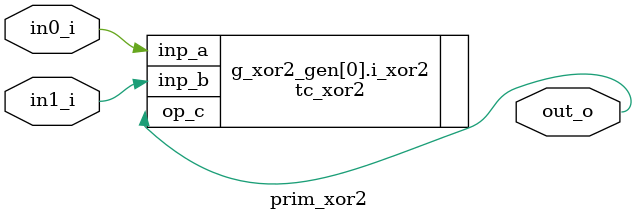
<source format=sv>

`include "prim_assert.sv"

module prim_xor2 #(
  parameter int Width = 1
) (
  input        [Width-1:0] in0_i,
  input        [Width-1:0] in1_i,
  output logic [Width-1:0] out_o
);

  // assign out_o = in0_i ^ in1_i;

  // Replacing with tech specific cell reference
  for (genvar i = 0; i < Width; i++) begin : g_xor2_gen
    tc_xor2 i_xor2 (
      .inp_a(in0_i[i]),
      .inp_b(in1_i[i]),
      .op_c (out_o[i])
      );
  end

endmodule

</source>
